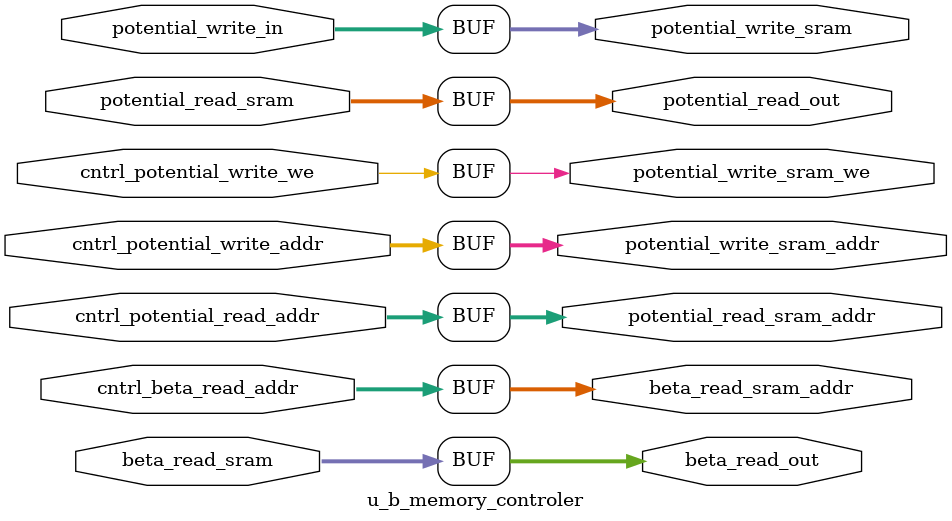
<source format=v>
`default_nettype none
`timescale 1ns/1ns


/* `include "shift_add_mult.v" */

module u_b_memory_controler(
    //potential read
    input wire [127:0] potential_read_sram,
    output wire [8:0] potential_read_sram_addr,

    output wire [127:0] potential_read_out,

    input wire [8:0] cntrl_potential_read_addr,

    //beta read
    input wire [63:0] beta_read_sram,
    output wire [8:0] beta_read_sram_addr,

    output wire [63:0] beta_read_out,

    input wire [8:0] cntrl_beta_read_addr,

    // potential write
    output wire [127:0] potential_write_sram,
    output wire [8:0] potential_write_sram_addr,
    output wire potential_write_sram_we,

    input wire [127:0] potential_write_in,

    input wire [8:0] cntrl_potential_write_addr,
    input wire cntrl_potential_write_we
    );

    //potential read
    assign potential_read_out = potential_read_sram;
    assign potential_read_sram_addr = cntrl_potential_read_addr;

    //beta read
    assign beta_read_out = beta_read_sram;
    assign beta_read_sram_addr = cntrl_beta_read_addr;

    //potential write
    assign potential_write_sram = potential_write_in;
    assign potential_write_sram_addr = cntrl_potential_write_addr;
    assign potential_write_sram_we = cntrl_potential_write_we;

    `ifdef COCOTB_SIM
    initial begin
    $dumpfile ("u_b_memory_controler.vcd");
    $dumpvars (0, u_b_memory_controler);
    #1;
    end
    `endif

endmodule


</source>
